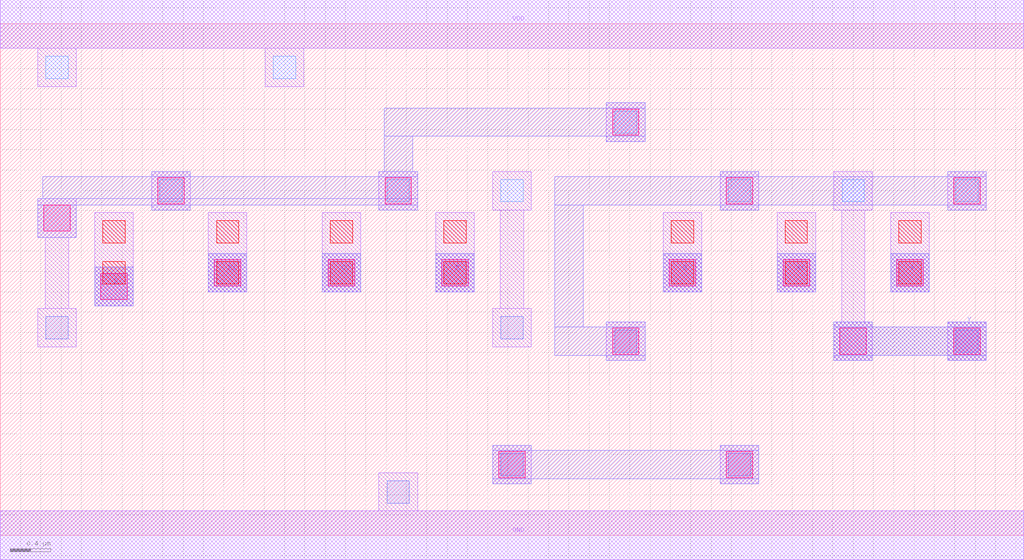
<source format=lef>
MACRO AOAAOI2113
 CLASS CORE ;
 FOREIGN AOAAOI2113 0 0 ;
 SIZE 10.08 BY 5.04 ;
 ORIGIN 0 0 ;
 SYMMETRY X Y R90 ;
 SITE unit ;
  PIN VDD
   DIRECTION INOUT ;
   USE POWER ;
   SHAPE ABUTMENT ;
    PORT
     CLASS CORE ;
       LAYER met1 ;
        RECT 0.00000000 4.80000000 10.08000000 5.28000000 ;
    END
  END VDD

  PIN GND
   DIRECTION INOUT ;
   USE POWER ;
   SHAPE ABUTMENT ;
    PORT
     CLASS CORE ;
       LAYER met1 ;
        RECT 0.00000000 -0.24000000 10.08000000 0.24000000 ;
    END
  END GND

  PIN Y
   DIRECTION INOUT ;
   USE SIGNAL ;
   SHAPE ABUTMENT ;
    PORT
     CLASS CORE ;
       LAYER met2 ;
        RECT 8.21000000 1.72200000 8.59000000 1.77200000 ;
        RECT 9.33000000 1.72200000 9.71000000 1.77200000 ;
        RECT 8.21000000 1.77200000 9.71000000 2.05200000 ;
        RECT 8.21000000 2.05200000 8.59000000 2.10200000 ;
        RECT 9.33000000 2.05200000 9.71000000 2.10200000 ;
    END
  END Y

  PIN B
   DIRECTION INOUT ;
   USE SIGNAL ;
   SHAPE ABUTMENT ;
    PORT
     CLASS CORE ;
       LAYER met2 ;
        RECT 6.53000000 2.39700000 6.91000000 2.77700000 ;
    END
  END B

  PIN D
   DIRECTION INOUT ;
   USE SIGNAL ;
   SHAPE ABUTMENT ;
    PORT
     CLASS CORE ;
       LAYER met2 ;
        RECT 0.93000000 2.26200000 1.31000000 2.64200000 ;
    END
  END D

  PIN C
   DIRECTION INOUT ;
   USE SIGNAL ;
   SHAPE ABUTMENT ;
    PORT
     CLASS CORE ;
       LAYER met2 ;
        RECT 4.29000000 2.39700000 4.67000000 2.77700000 ;
    END
  END C

  PIN D1
   DIRECTION INOUT ;
   USE SIGNAL ;
   SHAPE ABUTMENT ;
    PORT
     CLASS CORE ;
       LAYER met2 ;
        RECT 2.05000000 2.39700000 2.43000000 2.77700000 ;
    END
  END D1

  PIN D2
   DIRECTION INOUT ;
   USE SIGNAL ;
   SHAPE ABUTMENT ;
    PORT
     CLASS CORE ;
       LAYER met2 ;
        RECT 3.17000000 2.39700000 3.55000000 2.77700000 ;
    END
  END D2

  PIN A
   DIRECTION INOUT ;
   USE SIGNAL ;
   SHAPE ABUTMENT ;
    PORT
     CLASS CORE ;
       LAYER met2 ;
        RECT 8.77000000 2.39700000 9.15000000 2.77700000 ;
    END
  END A

  PIN A1
   DIRECTION INOUT ;
   USE SIGNAL ;
   SHAPE ABUTMENT ;
    PORT
     CLASS CORE ;
       LAYER met2 ;
        RECT 7.65000000 2.39700000 8.03000000 2.77700000 ;
    END
  END A1

 OBS
    LAYER polycont ;
     RECT 1.01000000 2.47700000 1.23000000 2.69700000 ;
     RECT 2.13000000 2.47700000 2.35000000 2.69700000 ;
     RECT 3.25000000 2.47700000 3.47000000 2.69700000 ;
     RECT 4.37000000 2.47700000 4.59000000 2.69700000 ;
     RECT 6.61000000 2.47700000 6.83000000 2.69700000 ;
     RECT 7.73000000 2.47700000 7.95000000 2.69700000 ;
     RECT 8.85000000 2.47700000 9.07000000 2.69700000 ;
     RECT 1.01000000 2.88200000 1.23000000 3.10200000 ;
     RECT 2.13000000 2.88200000 2.35000000 3.10200000 ;
     RECT 3.25000000 2.88200000 3.47000000 3.10200000 ;
     RECT 4.37000000 2.88200000 4.59000000 3.10200000 ;
     RECT 6.61000000 2.88200000 6.83000000 3.10200000 ;
     RECT 7.73000000 2.88200000 7.95000000 3.10200000 ;
     RECT 8.85000000 2.88200000 9.07000000 3.10200000 ;

    LAYER pdiffc ;
     RECT 1.57000000 3.28700000 1.79000000 3.50700000 ;
     RECT 3.81000000 3.28700000 4.03000000 3.50700000 ;
     RECT 4.93000000 3.28700000 5.15000000 3.50700000 ;
     RECT 7.17000000 3.28700000 7.39000000 3.50700000 ;
     RECT 8.29000000 3.28700000 8.51000000 3.50700000 ;
     RECT 9.41000000 3.28700000 9.63000000 3.50700000 ;
     RECT 6.05000000 3.96200000 6.27000000 4.18200000 ;
     RECT 0.45000000 4.50200000 0.67000000 4.72200000 ;
     RECT 2.69000000 4.50200000 2.91000000 4.72200000 ;

    LAYER ndiffc ;
     RECT 3.81000000 0.31700000 4.03000000 0.53700000 ;
     RECT 4.93000000 0.58700000 5.15000000 0.80700000 ;
     RECT 7.17000000 0.58700000 7.39000000 0.80700000 ;
     RECT 6.05000000 1.80200000 6.27000000 2.02200000 ;
     RECT 9.41000000 1.80200000 9.63000000 2.02200000 ;
     RECT 0.45000000 1.93700000 0.67000000 2.15700000 ;
     RECT 4.93000000 1.93700000 5.15000000 2.15700000 ;

    LAYER met1 ;
     RECT 0.00000000 -0.24000000 10.08000000 0.24000000 ;
     RECT 3.73000000 0.24000000 4.11000000 0.61700000 ;
     RECT 4.85000000 0.50700000 5.23000000 0.88700000 ;
     RECT 7.09000000 0.50700000 7.47000000 0.88700000 ;
     RECT 5.97000000 1.72200000 6.35000000 2.10200000 ;
     RECT 9.33000000 1.72200000 9.71000000 2.10200000 ;
     RECT 0.93000000 2.26200000 1.31000000 3.18200000 ;
     RECT 2.05000000 2.39700000 2.43000000 3.18200000 ;
     RECT 3.17000000 2.39700000 3.55000000 3.18200000 ;
     RECT 4.29000000 2.39700000 4.67000000 3.18200000 ;
     RECT 6.53000000 2.39700000 6.91000000 3.18200000 ;
     RECT 7.65000000 2.39700000 8.03000000 3.18200000 ;
     RECT 8.77000000 2.39700000 9.15000000 3.18200000 ;
     RECT 0.37000000 1.85700000 0.75000000 2.23700000 ;
     RECT 0.44500000 2.23700000 0.67500000 2.93700000 ;
     RECT 0.37000000 2.93700000 0.75000000 3.31700000 ;
     RECT 1.49000000 3.20700000 1.87000000 3.58700000 ;
     RECT 3.73000000 3.20700000 4.11000000 3.58700000 ;
     RECT 4.85000000 1.85700000 5.23000000 2.23700000 ;
     RECT 4.92500000 2.23700000 5.15500000 3.20700000 ;
     RECT 4.85000000 3.20700000 5.23000000 3.58700000 ;
     RECT 7.09000000 3.20700000 7.47000000 3.58700000 ;
     RECT 8.21000000 1.72200000 8.59000000 2.10200000 ;
     RECT 8.28500000 2.10200000 8.51500000 3.20700000 ;
     RECT 8.21000000 3.20700000 8.59000000 3.58700000 ;
     RECT 9.33000000 3.20700000 9.71000000 3.58700000 ;
     RECT 5.97000000 3.88200000 6.35000000 4.26200000 ;
     RECT 0.37000000 4.42200000 0.75000000 4.80000000 ;
     RECT 2.61000000 4.42200000 2.99000000 4.80000000 ;
     RECT 0.00000000 4.80000000 10.08000000 5.28000000 ;

    LAYER via1 ;
     RECT 4.91000000 0.56700000 5.17000000 0.82700000 ;
     RECT 7.15000000 0.56700000 7.41000000 0.82700000 ;
     RECT 6.03000000 1.78200000 6.29000000 2.04200000 ;
     RECT 8.27000000 1.78200000 8.53000000 2.04200000 ;
     RECT 9.39000000 1.78200000 9.65000000 2.04200000 ;
     RECT 0.99000000 2.32200000 1.25000000 2.58200000 ;
     RECT 2.11000000 2.45700000 2.37000000 2.71700000 ;
     RECT 3.23000000 2.45700000 3.49000000 2.71700000 ;
     RECT 4.35000000 2.45700000 4.61000000 2.71700000 ;
     RECT 6.59000000 2.45700000 6.85000000 2.71700000 ;
     RECT 7.71000000 2.45700000 7.97000000 2.71700000 ;
     RECT 8.83000000 2.45700000 9.09000000 2.71700000 ;
     RECT 0.43000000 2.99700000 0.69000000 3.25700000 ;
     RECT 1.55000000 3.26700000 1.81000000 3.52700000 ;
     RECT 3.79000000 3.26700000 4.05000000 3.52700000 ;
     RECT 7.15000000 3.26700000 7.41000000 3.52700000 ;
     RECT 9.39000000 3.26700000 9.65000000 3.52700000 ;
     RECT 6.03000000 3.94200000 6.29000000 4.20200000 ;

    LAYER met2 ;
     RECT 4.85000000 0.50700000 5.23000000 0.55700000 ;
     RECT 7.09000000 0.50700000 7.47000000 0.55700000 ;
     RECT 4.85000000 0.55700000 7.47000000 0.83700000 ;
     RECT 4.85000000 0.83700000 5.23000000 0.88700000 ;
     RECT 7.09000000 0.83700000 7.47000000 0.88700000 ;
     RECT 8.21000000 1.72200000 8.59000000 1.77200000 ;
     RECT 9.33000000 1.72200000 9.71000000 1.77200000 ;
     RECT 8.21000000 1.77200000 9.71000000 2.05200000 ;
     RECT 8.21000000 2.05200000 8.59000000 2.10200000 ;
     RECT 9.33000000 2.05200000 9.71000000 2.10200000 ;
     RECT 0.93000000 2.26200000 1.31000000 2.64200000 ;
     RECT 2.05000000 2.39700000 2.43000000 2.77700000 ;
     RECT 3.17000000 2.39700000 3.55000000 2.77700000 ;
     RECT 4.29000000 2.39700000 4.67000000 2.77700000 ;
     RECT 6.53000000 2.39700000 6.91000000 2.77700000 ;
     RECT 7.65000000 2.39700000 8.03000000 2.77700000 ;
     RECT 8.77000000 2.39700000 9.15000000 2.77700000 ;
     RECT 5.97000000 1.72200000 6.35000000 1.77200000 ;
     RECT 5.46000000 1.77200000 6.35000000 2.05200000 ;
     RECT 5.97000000 2.05200000 6.35000000 2.10200000 ;
     RECT 5.46000000 2.05200000 5.74000000 3.25700000 ;
     RECT 7.09000000 3.20700000 7.47000000 3.25700000 ;
     RECT 9.33000000 3.20700000 9.71000000 3.25700000 ;
     RECT 5.46000000 3.25700000 9.71000000 3.53700000 ;
     RECT 7.09000000 3.53700000 7.47000000 3.58700000 ;
     RECT 9.33000000 3.53700000 9.71000000 3.58700000 ;
     RECT 0.37000000 2.93700000 0.75000000 3.25700000 ;
     RECT 1.49000000 3.20700000 1.87000000 3.25700000 ;
     RECT 3.73000000 3.20700000 4.11000000 3.25700000 ;
     RECT 0.37000000 3.25700000 4.11000000 3.31700000 ;
     RECT 0.42000000 3.31700000 4.11000000 3.53700000 ;
     RECT 1.49000000 3.53700000 1.87000000 3.58700000 ;
     RECT 3.73000000 3.53700000 4.11000000 3.58700000 ;
     RECT 3.78000000 3.58700000 4.06000000 3.93200000 ;
     RECT 5.97000000 3.88200000 6.35000000 3.93200000 ;
     RECT 3.78000000 3.93200000 6.35000000 4.21200000 ;
     RECT 5.97000000 4.21200000 6.35000000 4.26200000 ;

 END
END AOAAOI2113

</source>
